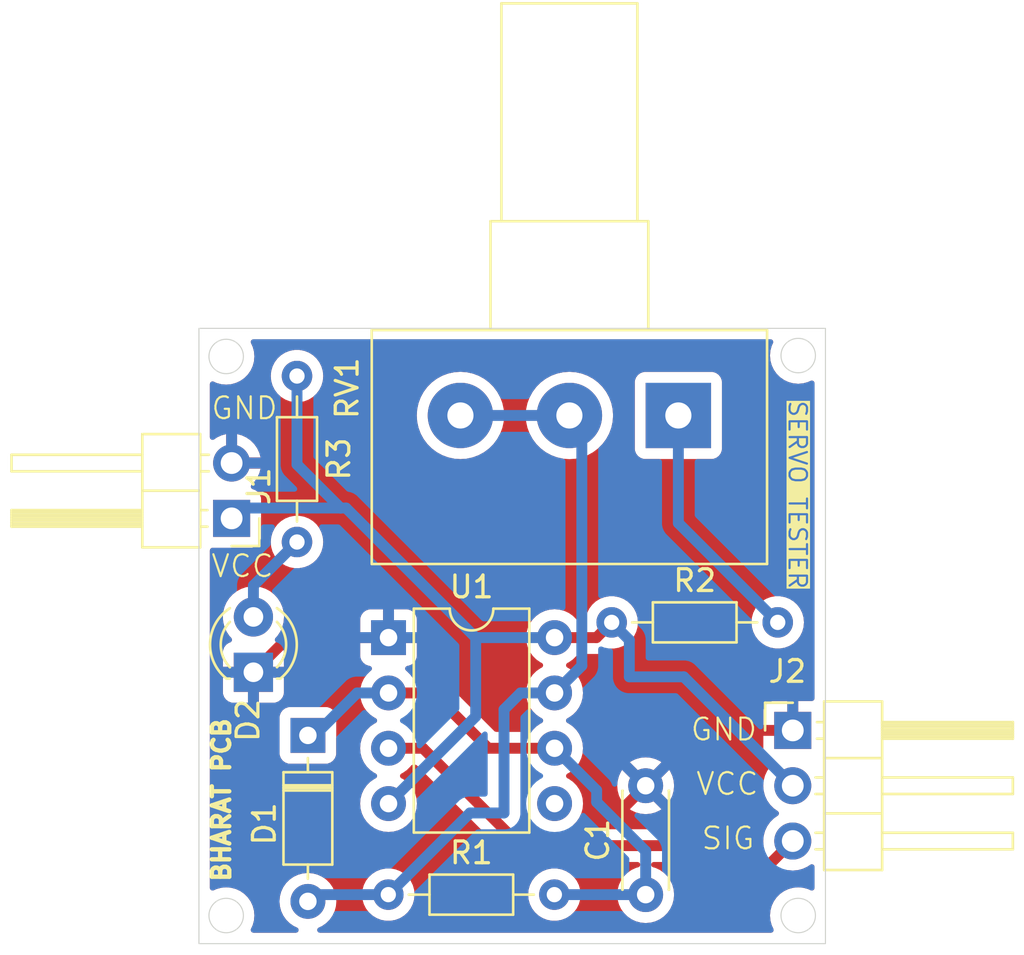
<source format=kicad_pcb>
(kicad_pcb (version 20240108) (generator "pcbnew") (generator_version "8.0")
  (layers (0 "F.Cu" signal) (31 "B.Cu" signal) (34 "B.Paste" user) (35 "F.Paste" user) (36 "B.SilkS" user "B.Silkscreen") (37 "F.SilkS" user "F.Silkscreen") (38 "B.Mask" user) (39 "F.Mask" user) (44 "Edge.Cuts" user))
  (net 0 "")
  (net 1 "Net-(D1-K)")
  (net 2 "GND")
  (net 3 "Net-(D1-A)")
  (net 4 "Net-(D2-A)")
  (net 5 "/VCC")
  (net 6 "/SIG")
  (net 7 "Net-(R2-Pad2)")
  (footprint "Resistor_THT:R_Axial_DIN0204_L3.6mm_D1.6mm_P7.62mm_Horizontal" (layer "F.Cu") (at 129.19 89.5)
    (property "Reference" "R1" (at 3.81 -1.92 0) (layer "F.SilkS"))
    (property "Value" "3M3")
    (fp_line (start 0.94 0) (end 1.89 0) (stroke (width 0.12)) (layer "F.SilkS"))
    (fp_line (start 1.89 -0.92) (end 1.89 0.92) (stroke (width 0.12)) (layer "F.SilkS"))
    (fp_line (start 1.89 0.92) (end 5.73 0.92) (stroke (width 0.12)) (layer "F.SilkS"))
    (fp_line (start 5.73 -0.92) (end 1.89 -0.92) (stroke (width 0.12)) (layer "F.SilkS"))
    (fp_line (start 5.73 0.92) (end 5.73 -0.92) (stroke (width 0.12)) (layer "F.SilkS"))
    (fp_line (start 6.68 0) (end 5.73 0) (stroke (width 0.12)) (layer "F.SilkS"))
    (pad "1" thru_hole circle (at 0 0) (size 1.4 1.4) (drill 0.7) (layers "*.Cu" "*.Mask") (net 3 "Net-(D1-A)"))
    (pad "2" thru_hole oval (at 7.62 0) (size 1.4 1.4) (drill 0.7) (layers "*.Cu" "*.Mask") (net 1 "Net-(D1-K)"))
  )
  (footprint "Connector_PinHeader_2.54mm:PinHeader_1x03_P2.54mm_Horizontal" (layer "F.Cu") (at 147.75 81.96)
    (property "Reference" "J2" (at -0.25 -2.71 0) (layer "F.SilkS"))
    (property "Value" "Conn_01x03_Pin")
    (fp_line (start -1.27 -1.27) (end 0 -1.27) (stroke (width 0.12)) (layer "F.SilkS"))
    (fp_line (start -1.27 0) (end -1.27 -1.27) (stroke (width 0.12)) (layer "F.SilkS"))
    (fp_line (start 1.042929 2.16) (end 1.44 2.16) (stroke (width 0.12)) (layer "F.SilkS"))
    (fp_line (start 1.042929 2.92) (end 1.44 2.92) (stroke (width 0.12)) (layer "F.SilkS"))
    (fp_line (start 1.042929 4.7) (end 1.44 4.7) (stroke (width 0.12)) (layer "F.SilkS"))
    (fp_line (start 1.042929 5.46) (end 1.44 5.46) (stroke (width 0.12)) (layer "F.SilkS"))
    (fp_line (start 1.11 -0.38) (end 1.44 -0.38) (stroke (width 0.12)) (layer "F.SilkS"))
    (fp_line (start 1.11 0.38) (end 1.44 0.38) (stroke (width 0.12)) (layer "F.SilkS"))
    (fp_line (start 1.44 -1.33) (end 1.44 6.41) (stroke (width 0.12)) (layer "F.SilkS"))
    (fp_line (start 1.44 1.27) (end 4.1 1.27) (stroke (width 0.12)) (layer "F.SilkS"))
    (fp_line (start 1.44 3.81) (end 4.1 3.81) (stroke (width 0.12)) (layer "F.SilkS"))
    (fp_line (start 1.44 6.41) (end 4.1 6.41) (stroke (width 0.12)) (layer "F.SilkS"))
    (fp_line (start 4.1 -1.33) (end 1.44 -1.33) (stroke (width 0.12)) (layer "F.SilkS"))
    (fp_line (start 4.1 -0.38) (end 10.1 -0.38) (stroke (width 0.12)) (layer "F.SilkS"))
    (fp_line (start 4.1 -0.32) (end 10.1 -0.32) (stroke (width 0.12)) (layer "F.SilkS"))
    (fp_line (start 4.1 -0.2) (end 10.1 -0.2) (stroke (width 0.12)) (layer "F.SilkS"))
    (fp_line (start 4.1 -0.08) (end 10.1 -0.08) (stroke (width 0.12)) (layer "F.SilkS"))
    (fp_line (start 4.1 0.04) (end 10.1 0.04) (stroke (width 0.12)) (layer "F.SilkS"))
    (fp_line (start 4.1 0.16) (end 10.1 0.16) (stroke (width 0.12)) (layer "F.SilkS"))
    (fp_line (start 4.1 0.28) (end 10.1 0.28) (stroke (width 0.12)) (layer "F.SilkS"))
    (fp_line (start 4.1 2.16) (end 10.1 2.16) (stroke (width 0.12)) (layer "F.SilkS"))
    (fp_line (start 4.1 4.7) (end 10.1 4.7) (stroke (width 0.12)) (layer "F.SilkS"))
    (fp_line (start 4.1 6.41) (end 4.1 -1.33) (stroke (width 0.12)) (layer "F.SilkS"))
    (fp_line (start 10.1 -0.38) (end 10.1 0.38) (stroke (width 0.12)) (layer "F.SilkS"))
    (fp_line (start 10.1 0.38) (end 4.1 0.38) (stroke (width 0.12)) (layer "F.SilkS"))
    (fp_line (start 10.1 2.16) (end 10.1 2.92) (stroke (width 0.12)) (layer "F.SilkS"))
    (fp_line (start 10.1 2.92) (end 4.1 2.92) (stroke (width 0.12)) (layer "F.SilkS"))
    (fp_line (start 10.1 4.7) (end 10.1 5.46) (stroke (width 0.12)) (layer "F.SilkS"))
    (fp_line (start 10.1 5.46) (end 4.1 5.46) (stroke (width 0.12)) (layer "F.SilkS"))
    (pad "1" thru_hole rect (at 0 0) (size 1.7 1.7) (drill 1) (layers "*.Cu" "*.Mask") (net 2 "GND"))
    (pad "2" thru_hole oval (at 0 2.54) (size 1.7 1.7) (drill 1) (layers "*.Cu" "*.Mask") (net 5 "/VCC"))
    (pad "3" thru_hole oval (at 0 5.08) (size 1.7 1.7) (drill 1) (layers "*.Cu" "*.Mask") (net 6 "/SIG"))
  )
  (footprint "Connector_PinHeader_2.54mm:PinHeader_1x02_P2.54mm_Horizontal" (layer "F.Cu") (at 122 72.225 180)
    (property "Reference" "J1" (at -1.25 1.475 90) (layer "F.SilkS"))
    (property "Value" "Conn_01x02_Pin")
    (fp_line (start 10.1 2.92) (end 4.1 2.92) (stroke (width 0.12)) (layer "F.SilkS"))
    (fp_line (start 10.1 2.16) (end 10.1 2.92) (stroke (width 0.12)) (layer "F.SilkS"))
    (fp_line (start 10.1 0.38) (end 4.1 0.38) (stroke (width 0.12)) (layer "F.SilkS"))
    (fp_line (start 10.1 -0.38) (end 10.1 0.38) (stroke (width 0.12)) (layer "F.SilkS"))
    (fp_line (start 4.1 3.87) (end 4.1 -1.33) (stroke (width 0.12)) (layer "F.SilkS"))
    (fp_line (start 4.1 2.16) (end 10.1 2.16) (stroke (width 0.12)) (layer "F.SilkS"))
    (fp_line (start 4.1 0.28) (end 10.1 0.28) (stroke (width 0.12)) (layer "F.SilkS"))
    (fp_line (start 4.1 0.16) (end 10.1 0.16) (stroke (width 0.12)) (layer "F.SilkS"))
    (fp_line (start 4.1 0.04) (end 10.1 0.04) (stroke (width 0.12)) (layer "F.SilkS"))
    (fp_line (start 4.1 -0.08) (end 10.1 -0.08) (stroke (width 0.12)) (layer "F.SilkS"))
    (fp_line (start 4.1 -0.2) (end 10.1 -0.2) (stroke (width 0.12)) (layer "F.SilkS"))
    (fp_line (start 4.1 -0.32) (end 10.1 -0.32) (stroke (width 0.12)) (layer "F.SilkS"))
    (fp_line (start 4.1 -0.38) (end 10.1 -0.38) (stroke (width 0.12)) (layer "F.SilkS"))
    (fp_line (start 4.1 -1.33) (end 1.44 -1.33) (stroke (width 0.12)) (layer "F.SilkS"))
    (fp_line (start 1.44 3.87) (end 4.1 3.87) (stroke (width 0.12)) (layer "F.SilkS"))
    (fp_line (start 1.44 1.27) (end 4.1 1.27) (stroke (width 0.12)) (layer "F.SilkS"))
    (fp_line (start 1.44 -1.33) (end 1.44 3.87) (stroke (width 0.12)) (layer "F.SilkS"))
    (fp_line (start 1.11 0.38) (end 1.44 0.38) (stroke (width 0.12)) (layer "F.SilkS"))
    (fp_line (start 1.11 -0.38) (end 1.44 -0.38) (stroke (width 0.12)) (layer "F.SilkS"))
    (fp_line (start 1.042929 2.92) (end 1.44 2.92) (stroke (width 0.12)) (layer "F.SilkS"))
    (fp_line (start 1.042929 2.16) (end 1.44 2.16) (stroke (width 0.12)) (layer "F.SilkS"))
    (fp_line (start -1.27 0) (end -1.27 -1.27) (stroke (width 0.12)) (layer "F.SilkS"))
    (fp_line (start -1.27 -1.27) (end 0 -1.27) (stroke (width 0.12)) (layer "F.SilkS"))
    (pad "1" thru_hole rect (at 0 0 180) (size 1.7 1.7) (drill 1) (layers "*.Cu" "*.Mask") (net 5 "/VCC"))
    (pad "2" thru_hole oval (at 0 2.54 180) (size 1.7 1.7) (drill 1) (layers "*.Cu" "*.Mask") (net 2 "GND"))
  )
  (footprint "Capacitor_THT:C_Disc_D4.3mm_W1.9mm_P5.00mm" (layer "F.Cu") (at 141 89.5 90)
    (property "Reference" "C1" (at 2.5 -2.2 90) (layer "F.SilkS"))
    (property "Value" "22nF")
    (fp_line (start 4.77 -1.07) (end 4.77 -1.055) (stroke (width 0.12)) (layer "F.SilkS"))
    (fp_line (start 0.23 -1.07) (end 4.77 -1.07) (stroke (width 0.12)) (layer "F.SilkS"))
    (fp_line (start 0.23 -1.07) (end 0.23 -1.055) (stroke (width 0.12)) (layer "F.SilkS"))
    (fp_line (start 4.77 1.055) (end 4.77 1.07) (stroke (width 0.12)) (layer "F.SilkS"))
    (fp_line (start 0.23 1.055) (end 0.23 1.07) (stroke (width 0.12)) (layer "F.SilkS"))
    (fp_line (start 0.23 1.07) (end 4.77 1.07) (stroke (width 0.12)) (layer "F.SilkS"))
    (pad "1" thru_hole circle (at 0 0 90) (size 1.6 1.6) (drill 0.8) (layers "*.Cu" "*.Mask") (net 1 "Net-(D1-K)"))
    (pad "2" thru_hole circle (at 5 0 90) (size 1.6 1.6) (drill 0.8) (layers "*.Cu" "*.Mask") (net 2 "GND"))
  )
  (footprint "LED_THT:LED_D3.0mm" (layer "F.Cu") (at 123 79.29 90)
    (property "Reference" "D2" (at -2.21 -0.25 90) (layer "F.SilkS"))
    (property "Value" "LED")
    (fp_line (start -0.29 -1.236) (end -0.29 -1.08) (stroke (width 0.12)) (layer "F.SilkS"))
    (fp_line (start -0.29 1.08) (end -0.29 1.236) (stroke (width 0.12)) (layer "F.SilkS"))
    (fp_arc (start -0.29 -1.235516) (mid 1.366487 -1.987659) (end 2.942335 -1.078608) (stroke (width 0.12)) (layer "F.SilkS"))
    (fp_arc (start 0.229039 -1.08) (mid 1.270117 -1.5) (end 2.31113 -1.079837) (stroke (width 0.12)) (layer "F.SilkS"))
    (fp_arc (start 2.942335 1.078608) (mid 1.366487 1.987659) (end -0.29 1.235516) (stroke (width 0.12)) (layer "F.SilkS"))
    (fp_arc (start 2.31113 1.079837) (mid 1.270117 1.5) (end 0.229039 1.08) (stroke (width 0.12)) (layer "F.SilkS"))
    (pad "1" thru_hole rect (at 0 0 90) (size 1.8 1.8) (drill 0.9) (layers "*.Cu" "*.Mask") (net 2 "GND"))
    (pad "2" thru_hole circle (at 2.54 0 90) (size 1.8 1.8) (drill 0.9) (layers "*.Cu" "*.Mask") (net 4 "Net-(D2-A)"))
  )
  (footprint "Package_DIP:DIP-8_W7.62mm" (layer "F.Cu") (at 129.2 77.7)
    (property "Reference" "U1" (at 3.81 -2.33 0) (layer "F.SilkS"))
    (property "Value" "NE555P")
    (fp_line (start 1.16 -1.33) (end 1.16 8.95) (stroke (width 0.12)) (layer "F.SilkS"))
    (fp_line (start 1.16 8.95) (end 6.46 8.95) (stroke (width 0.12)) (layer "F.SilkS"))
    (fp_line (start 2.81 -1.33) (end 1.16 -1.33) (stroke (width 0.12)) (layer "F.SilkS"))
    (fp_line (start 6.46 -1.33) (end 4.81 -1.33) (stroke (width 0.12)) (layer "F.SilkS"))
    (fp_line (start 6.46 8.95) (end 6.46 -1.33) (stroke (width 0.12)) (layer "F.SilkS"))
    (fp_arc (start 4.81 -1.33) (mid 3.81 -0.33) (end 2.81 -1.33) (stroke (width 0.12)) (layer "F.SilkS"))
    (pad "1" thru_hole rect (at 0 0) (size 1.6 1.6) (drill 0.8) (layers "*.Cu" "*.Mask") (net 2 "GND"))
    (pad "2" thru_hole oval (at 0 2.54) (size 1.6 1.6) (drill 0.8) (layers "*.Cu" "*.Mask") (net 1 "Net-(D1-K)"))
    (pad "3" thru_hole oval (at 0 5.08) (size 1.6 1.6) (drill 0.8) (layers "*.Cu" "*.Mask") (net 6 "/SIG"))
    (pad "4" thru_hole oval (at 0 7.62) (size 1.6 1.6) (drill 0.8) (layers "*.Cu" "*.Mask") (net 5 "/VCC"))
    (pad "5" thru_hole oval (at 7.62 7.62) (size 1.6 1.6) (drill 0.8) (layers "*.Cu" "*.Mask"))
    (pad "6" thru_hole oval (at 7.62 5.08) (size 1.6 1.6) (drill 0.8) (layers "*.Cu" "*.Mask") (net 1 "Net-(D1-K)"))
    (pad "7" thru_hole oval (at 7.62 2.54) (size 1.6 1.6) (drill 0.8) (layers "*.Cu" "*.Mask") (net 3 "Net-(D1-A)"))
    (pad "8" thru_hole oval (at 7.62 0) (size 1.6 1.6) (drill 0.8) (layers "*.Cu" "*.Mask") (net 5 "/VCC"))
  )
  (footprint "Potentiometer_THT:Potentiometer_Alps_RK163_Single_Horizontal" (layer "F.Cu") (at 142.5 67.5 -90)
    (property "Reference" "RV1" (at -1.25 15.2 90) (layer "F.SilkS"))
    (property "Value" "100K")
    (fp_line (start -3.92 14.07) (end -3.92 -4.07) (stroke (width 0.12)) (layer "F.SilkS"))
    (fp_line (start 6.82 14.07) (end -3.92 14.07) (stroke (width 0.12)) (layer "F.SilkS"))
    (fp_line (start 6.82 14.07) (end 6.82 -4.07) (stroke (width 0.12)) (layer "F.SilkS"))
    (fp_line (start -8.92 8.62) (end -8.92 1.38) (stroke (width 0.12)) (layer "F.SilkS"))
    (fp_line (start -3.92 8.62) (end -8.92 8.62) (stroke (width 0.12)) (layer "F.SilkS"))
    (fp_line (start -18.92 8.12) (end -18.92 1.88) (stroke (width 0.12)) (layer "F.SilkS"))
    (fp_line (start -8.92 8.12) (end -18.92 8.12) (stroke (width 0.12)) (layer "F.SilkS"))
    (fp_line (start -8.92 1.88) (end -18.92 1.88) (stroke (width 0.12)) (layer "F.SilkS"))
    (fp_line (start -3.92 1.38) (end -8.92 1.38) (stroke (width 0.12)) (layer "F.SilkS"))
    (fp_line (start 6.82 -4.07) (end -3.92 -4.07) (stroke (width 0.12)) (layer "F.SilkS"))
    (pad "1" thru_hole rect (at 0 0 90) (size 3 3) (drill 1.2) (layers "*.Cu" "*.Mask") (net 7 "Net-(R2-Pad2)"))
    (pad "2" thru_hole circle (at 0 5 90) (size 3 3) (drill 1.2) (layers "*.Cu" "*.Mask") (net 3 "Net-(D1-A)"))
    (pad "3" thru_hole circle (at 0 10 90) (size 3 3) (drill 1.2) (layers "*.Cu" "*.Mask") (net 3 "Net-(D1-A)"))
  )
  (footprint "Resistor_THT:R_Axial_DIN0204_L3.6mm_D1.6mm_P7.62mm_Horizontal" (layer "F.Cu") (at 139.44 77)
    (property "Reference" "R2" (at 3.81 -1.92 0) (layer "F.SilkS"))
    (property "Value" "56K")
    (fp_line (start 0.94 0) (end 1.89 0) (stroke (width 0.12)) (layer "F.SilkS"))
    (fp_line (start 1.89 -0.92) (end 1.89 0.92) (stroke (width 0.12)) (layer "F.SilkS"))
    (fp_line (start 1.89 0.92) (end 5.73 0.92) (stroke (width 0.12)) (layer "F.SilkS"))
    (fp_line (start 5.73 -0.92) (end 1.89 -0.92) (stroke (width 0.12)) (layer "F.SilkS"))
    (fp_line (start 5.73 0.92) (end 5.73 -0.92) (stroke (width 0.12)) (layer "F.SilkS"))
    (fp_line (start 6.68 0) (end 5.73 0) (stroke (width 0.12)) (layer "F.SilkS"))
    (pad "1" thru_hole circle (at 0 0) (size 1.4 1.4) (drill 0.7) (layers "*.Cu" "*.Mask") (net 5 "/VCC"))
    (pad "2" thru_hole oval (at 7.62 0) (size 1.4 1.4) (drill 0.7) (layers "*.Cu" "*.Mask") (net 7 "Net-(R2-Pad2)"))
  )
  (footprint "Diode_THT:D_DO-35_SOD27_P7.62mm_Horizontal" (layer "F.Cu") (at 125.5 82.19 -90)
    (property "Reference" "D1" (at 4.06 2 90) (layer "F.SilkS"))
    (property "Value" "1N4148")
    (fp_line (start 1.69 1.12) (end 5.93 1.12) (stroke (width 0.12)) (layer "F.SilkS"))
    (fp_line (start 5.93 1.12) (end 5.93 -1.12) (stroke (width 0.12)) (layer "F.SilkS"))
    (fp_line (start 1.04 0) (end 1.69 0) (stroke (width 0.12)) (layer "F.SilkS"))
    (fp_line (start 6.58 0) (end 5.93 0) (stroke (width 0.12)) (layer "F.SilkS"))
    (fp_line (start 1.69 -1.12) (end 1.69 1.12) (stroke (width 0.12)) (layer "F.SilkS"))
    (fp_line (start 2.29 -1.12) (end 2.29 1.12) (stroke (width 0.12)) (layer "F.SilkS"))
    (fp_line (start 2.41 -1.12) (end 2.41 1.12) (stroke (width 0.12)) (layer "F.SilkS"))
    (fp_line (start 2.53 -1.12) (end 2.53 1.12) (stroke (width 0.12)) (layer "F.SilkS"))
    (fp_line (start 5.93 -1.12) (end 1.69 -1.12) (stroke (width 0.12)) (layer "F.SilkS"))
    (pad "1" thru_hole rect (at 0 0 270) (size 1.6 1.6) (drill 0.8) (layers "*.Cu" "*.Mask") (net 1 "Net-(D1-K)"))
    (pad "2" thru_hole oval (at 7.62 0 270) (size 1.6 1.6) (drill 0.8) (layers "*.Cu" "*.Mask") (net 3 "Net-(D1-A)"))
  )
  (footprint "Resistor_THT:R_Axial_DIN0204_L3.6mm_D1.6mm_P7.62mm_Horizontal" (layer "F.Cu") (at 125 65.69 -90)
    (property "Reference" "R3" (at 3.81 -1.92 90) (layer "F.SilkS"))
    (property "Value" "1K")
    (fp_line (start 1.89 0.92) (end 5.73 0.92) (stroke (width 0.12)) (layer "F.SilkS"))
    (fp_line (start 5.73 0.92) (end 5.73 -0.92) (stroke (width 0.12)) (layer "F.SilkS"))
    (fp_line (start 0.94 0) (end 1.89 0) (stroke (width 0.12)) (layer "F.SilkS"))
    (fp_line (start 6.68 0) (end 5.73 0) (stroke (width 0.12)) (layer "F.SilkS"))
    (fp_line (start 1.89 -0.92) (end 1.89 0.92) (stroke (width 0.12)) (layer "F.SilkS"))
    (fp_line (start 5.73 -0.92) (end 1.89 -0.92) (stroke (width 0.12)) (layer "F.SilkS"))
    (pad "1" thru_hole circle (at 0 0 270) (size 1.4 1.4) (drill 0.7) (layers "*.Cu" "*.Mask") (net 5 "/VCC"))
    (pad "2" thru_hole oval (at 7.62 0 270) (size 1.4 1.4) (drill 0.7) (layers "*.Cu" "*.Mask") (net 4 "Net-(D2-A)"))
  )
  (gr_circle (center 148 64.75) (end 148.25 65.5) (stroke (width 0.05)) (fill none) (layer "Edge.Cuts"))
  (gr_rect (start 120.5 63.5) (end 149.25 91.75) (stroke (width 0.05)) (fill none) (layer "Edge.Cuts"))
  (gr_circle (center 121.75 90.459431) (end 122 91.209431) (stroke (width 0.05)) (fill none) (layer "Edge.Cuts"))
  (gr_circle (center 148 90.459431) (end 148.25 91.209431) (stroke (width 0.05)) (fill none) (layer "Edge.Cuts"))
  (gr_circle (center 121.75 64.790569) (end 122 65.540569) (stroke (width 0.05)) (fill none) (layer "Edge.Cuts"))
  (gr_text "SERVO TESTER" (at 147.5 66.75 -90) (layer "F.SilkS" knockout) (effects (font (size 0.8 0.8) (thickness 0.1)) (justify left bottom)))
  (gr_text "GND" (at 143 82.5 0) (layer "F.SilkS") (effects (font (size 1 1) (thickness 0.1)) (justify left bottom)))
  (gr_text "VCC\n" (at 121 75 0) (layer "F.SilkS") (effects (font (size 1 1) (thickness 0.1)) (justify left bottom)))
  (gr_text "GND" (at 121 67.75 0) (layer "F.SilkS") (effects (font (size 1 1) (thickness 0.1)) (justify left bottom)))
  (gr_text "VCC\n" (at 143.25 85 0) (layer "F.SilkS") (effects (font (size 1 1) (thickness 0.1)) (justify left bottom)))
  (gr_text "BHARAT PCB" (at 122 89 90) (layer "F.SilkS") (effects (font (size 0.8 0.8) (thickness 0.2) (bold yes)) (justify left bottom)))
  (gr_text "SIG" (at 143.5 87.5 0) (layer "F.SilkS") (effects (font (size 1 1) (thickness 0.1)) (justify left bottom)))
  (segment (start 136.82 82.78) (end 133.78 82.78) (width 0.5) (layer "F.Cu") (net 1))
  (segment (start 131.24 80.24) (end 129.2 80.24) (width 0.5) (layer "F.Cu") (net 1))
  (segment (start 133.78 82.78) (end 131.24 80.24) (width 0.5) (layer "F.Cu") (net 1))
  (segment (start 138.75 85.25) (end 141 87.5) (width 0.5) (layer "B.Cu") (net 1))
  (segment (start 141 89.5) (end 136.81 89.5) (width 0.5) (layer "B.Cu") (net 1))
  (segment (start 136.82 82.78) (end 138.75 84.71) (width 0.5) (layer "B.Cu") (net 1))
  (segment (start 138.75 84.71) (end 138.75 85.25) (width 0.5) (layer "B.Cu") (net 1))
  (segment (start 125.81 82.19) (end 127.76 80.24) (width 0.5) (layer "B.Cu") (net 1))
  (segment (start 127.76 80.24) (end 129.2 80.24) (width 0.5) (layer "B.Cu") (net 1))
  (segment (start 125.5 82.19) (end 125.81 82.19) (width 0.5) (layer "B.Cu") (net 1))
  (segment (start 141 87.5) (end 141 89.5) (width 0.5) (layer "B.Cu") (net 1))
  (segment (start 129.2 71.7) (end 127.185 69.685) (width 0.5) (layer "F.Cu") (net 2))
  (segment (start 129.2 77.7) (end 124.59 77.7) (width 0.5) (layer "F.Cu") (net 2))
  (segment (start 129.2 77.7) (end 129.2 71.7) (width 0.5) (layer "F.Cu") (net 2))
  (segment (start 127.185 69.685) (end 122 69.685) (width 0.5) (layer "F.Cu") (net 2))
  (segment (start 124.59 77.7) (end 123 79.29) (width 0.5) (layer "F.Cu") (net 2))
  (segment (start 134.5 81) (end 134.5 85.75) (width 0.5) (layer "B.Cu") (net 3))
  (segment (start 132.94 85.75) (end 129.19 89.5) (width 0.5) (layer "B.Cu") (net 3))
  (segment (start 135.26 80.24) (end 134.5 81) (width 0.5) (layer "B.Cu") (net 3))
  (segment (start 136.82 80.24) (end 138.07 78.99) (width 0.5) (layer "B.Cu") (net 3))
  (segment (start 138.07 78.99) (end 138.07 68.07) (width 0.5) (layer "B.Cu") (net 3))
  (segment (start 138.07 68.07) (end 137.5 67.5) (width 0.5) (layer "B.Cu") (net 3))
  (segment (start 134.5 85.75) (end 132.94 85.75) (width 0.5) (layer "B.Cu") (net 3))
  (segment (start 136.82 80.24) (end 135.26 80.24) (width 0.5) (layer "B.Cu") (net 3))
  (segment (start 129.19 89.5) (end 125.81 89.5) (width 0.5) (layer "B.Cu") (net 3))
  (segment (start 132.5 67.5) (end 137.5 67.5) (width 0.5) (layer "B.Cu") (net 3))
  (segment (start 125.81 89.5) (end 125.5 89.81) (width 0.5) (layer "B.Cu") (net 3))
  (segment (start 123 75.31) (end 125 73.31) (width 0.5) (layer "B.Cu") (net 4))
  (segment (start 123 76.75) (end 123 75.31) (width 0.5) (layer "B.Cu") (net 4))
  (segment (start 136.82 77.7) (end 138.74 77.7) (width 0.5) (layer "F.Cu") (net 5))
  (segment (start 138.74 77.7) (end 139.44 77) (width 0.5) (layer "F.Cu") (net 5))
  (segment (start 125 69.75) (end 127 71.75) (width 0.5) (layer "B.Cu") (net 5))
  (segment (start 129.2 85.32) (end 133.2 81.32) (width 0.5) (layer "B.Cu") (net 5))
  (segment (start 133.2 77.7) (end 127.25 71.75) (width 0.5) (layer "B.Cu") (net 5))
  (segment (start 122.475 71.75) (end 122 72.225) (width 0.5) (layer "B.Cu") (net 5))
  (segment (start 133.2 81.32) (end 133.2 77.7) (width 0.5) (layer "B.Cu") (net 5))
  (segment (start 147.75 84.5) (end 142.75 79.5) (width 0.5) (layer "B.Cu") (net 5))
  (segment (start 140.25 79.5) (end 140.25 77.81) (width 0.5) (layer "B.Cu") (net 5))
  (segment (start 125 65.69) (end 125 69.75) (width 0.5) (layer "B.Cu") (net 5))
  (segment (start 142.75 79.5) (end 140.25 79.5) (width 0.5) (layer "B.Cu") (net 5))
  (segment (start 140.25 77.81) (end 139.44 77) (width 0.5) (layer "B.Cu") (net 5))
  (segment (start 127.25 71.75) (end 127 71.75) (width 0.5) (layer "B.Cu") (net 5))
  (segment (start 127 71.75) (end 122.475 71.75) (width 0.5) (layer "B.Cu") (net 5))
  (segment (start 136.82 77.7) (end 133.2 77.7) (width 0.5) (layer "B.Cu") (net 5))
  (segment (start 142.5 87.25) (end 144 88.75) (width 0.5) (layer "F.Cu") (net 6))
  (segment (start 146.04 88.75) (end 147.75 87.04) (width 0.5) (layer "F.Cu") (net 6))
  (segment (start 130.78 82.78) (end 135.25 87.25) (width 0.5) (layer "F.Cu") (net 6))
  (segment (start 135.25 87.25) (end 142.5 87.25) (width 0.5) (layer "F.Cu") (net 6))
  (segment (start 129.2 82.78) (end 130.78 82.78) (width 0.5) (layer "F.Cu") (net 6))
  (segment (start 144 88.75) (end 146.04 88.75) (width 0.5) (layer "F.Cu") (net 6))
  (segment (start 142.5 67.5) (end 142.5 72.44) (width 0.5) (layer "B.Cu") (net 7))
  (segment (start 142.5 72.44) (end 147.06 77) (width 0.5) (layer "B.Cu") (net 7))
  (zone (net 2) (net_name "GND") (layers "F&B.Cu") (connect_pads (clearance 0.5)) (min_thickness 0.25) (fill yes (thermal_gap 0.5) (thermal_bridge_width 0.5))
    (polygon (pts (xy 120.25 63.25) (xy 149.5 63.25) (xy 149.5 92) (xy 120.25 92)))
  )
)
</source>
